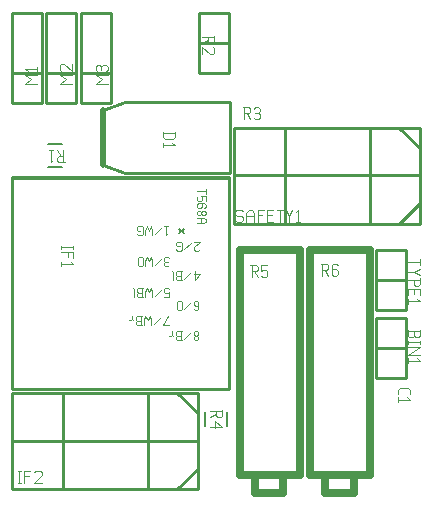
<source format=gbr>
G04 start of page 8 for group -4079 idx -4079 *
G04 Title: (unknown), topsilk *
G04 Creator: pcb 20140316 *
G04 CreationDate: Tue 15 Mar 2016 09:44:59 PM GMT UTC *
G04 For: commonadmin *
G04 Format: Gerber/RS-274X *
G04 PCB-Dimensions (mil): 1410.00 1650.00 *
G04 PCB-Coordinate-Origin: lower left *
%MOIN*%
%FSLAX25Y25*%
%LNTOPSILK*%
%ADD84C,0.0040*%
%ADD83C,0.0250*%
%ADD82C,0.0200*%
%ADD81C,0.0080*%
%ADD80C,0.0030*%
%ADD79C,0.0060*%
%ADD78C,0.0100*%
G54D78*X73906Y53119D02*Y38198D01*
X44930D02*X73906D01*
Y95914D02*Y50914D01*
X1465Y108670D02*Y38198D01*
Y108670D02*X44969D01*
X1465Y38198D02*X44969D01*
X73906Y108670D02*Y94891D01*
G54D79*X58749Y91702D02*X57174Y90127D01*
Y91702D02*X58749Y90127D01*
G54D78*X44930Y108670D02*X73906D01*
G54D80*X64064Y76374D02*X62564Y74499D01*
X62189Y76374D02*X64064D01*
X62564Y77499D02*Y74499D01*
X61289Y77124D02*X59039Y74874D01*
X56639Y77499D02*X58139D01*
X56639D02*X56264Y77124D01*
Y76224D01*
X56639Y75849D02*X56264Y76224D01*
X56639Y75849D02*X57764D01*
Y77499D02*Y74499D01*
X56639D02*X58139D01*
X56639D02*X56264Y74874D01*
Y75474D02*Y74874D01*
X56639Y75849D02*X56264Y75474D01*
X55364Y77124D02*Y74499D01*
Y77124D02*X54989Y77499D01*
X53828Y79598D02*X53453Y79223D01*
X52703D02*X53453D01*
X52703D02*X52328Y79598D01*
X52703Y82223D02*X52328Y81848D01*
X52703Y82223D02*X53453D01*
X53828Y81848D02*X53453Y82223D01*
X52703Y80573D02*X53453D01*
X52328Y80198D02*Y79598D01*
Y81848D02*Y80948D01*
X52703Y80573D01*
X52328Y80198D02*X52703Y80573D01*
X51428Y81848D02*X49178Y79598D01*
X48278Y80723D02*Y79223D01*
Y80723D02*X47903Y82223D01*
X47153Y80723D01*
X46403Y82223D01*
X46028Y80723D01*
Y79223D01*
X45128Y81848D02*Y79598D01*
X44753Y79223D01*
X44003D02*X44753D01*
X44003D02*X43628Y79598D01*
Y81848D02*Y79598D01*
X44003Y82223D02*X43628Y81848D01*
X44003Y82223D02*X44753D01*
X45128Y81848D02*X44753Y82223D01*
X64064Y84716D02*X63689Y84341D01*
X62564D02*X63689D01*
X62564D02*X62189Y84716D01*
Y85466D02*Y84716D01*
X64064Y87341D02*X62189Y85466D01*
Y87341D02*X64064D01*
X61289Y86966D02*X59039Y84716D01*
X56639Y84341D02*X56264Y84716D01*
X56639Y84341D02*X57764D01*
X58139Y84716D02*X57764Y84341D01*
X58139Y86966D02*Y84716D01*
Y86966D02*X57764Y87341D01*
X56639D02*X57764D01*
X56639D02*X56264Y86966D01*
Y86216D01*
X56639Y85841D02*X56264Y86216D01*
X56639Y85841D02*X57389D01*
X53434Y90059D02*X52834Y89459D01*
Y92459D02*Y89459D01*
X52309Y92459D02*X53434D01*
X51409Y92084D02*X49159Y89834D01*
X48259Y90959D02*Y89459D01*
Y90959D02*X47884Y92459D01*
X47134Y90959D01*
X46384Y92459D01*
X46009Y90959D01*
Y89459D01*
X43609D02*X43234Y89834D01*
X43609Y89459D02*X44734D01*
X45109Y89834D02*X44734Y89459D01*
X45109Y92084D02*Y89834D01*
Y92084D02*X44734Y92459D01*
X43609D02*X44734D01*
X43609D02*X43234Y92084D01*
Y91334D01*
X43609Y90959D02*X43234Y91334D01*
X43609Y90959D02*X44359D01*
X53453Y62538D02*X51953Y59538D01*
X53828D01*
X51053Y62163D02*X48803Y59913D01*
X47903Y61038D02*Y59538D01*
Y61038D02*X47528Y62538D01*
X46778Y61038D01*
X46028Y62538D01*
X45653Y61038D01*
Y59538D01*
X43253Y62538D02*X44753D01*
X43253D02*X42878Y62163D01*
Y61263D01*
X43253Y60888D02*X42878Y61263D01*
X43253Y60888D02*X44378D01*
Y62538D02*Y59538D01*
X43253D02*X44753D01*
X43253D02*X42878Y59913D01*
Y60513D02*Y59913D01*
X43253Y60888D02*X42878Y60513D01*
X41603Y62538D02*Y61413D01*
X41228Y61038D01*
X40478D02*X41228D01*
X41978D02*X41603Y61413D01*
X63670Y57045D02*X63295Y57420D01*
X63670Y57045D02*Y56445D01*
X63145Y55920D01*
X62695D02*X63145D01*
X62695D02*X62170Y56445D01*
Y57045D02*Y56445D01*
X62545Y57420D02*X62170Y57045D01*
X62545Y57420D02*X63295D01*
X63670Y55395D02*X63145Y55920D01*
X63670Y55395D02*Y54795D01*
X63295Y54420D01*
X62545D02*X63295D01*
X62545D02*X62170Y54795D01*
Y55395D02*Y54795D01*
X62695Y55920D02*X62170Y55395D01*
X61270Y57045D02*X59020Y54795D01*
X56620Y57420D02*X58120D01*
X56620D02*X56245Y57045D01*
Y56145D01*
X56620Y55770D02*X56245Y56145D01*
X56620Y55770D02*X57745D01*
Y57420D02*Y54420D01*
X56620D02*X58120D01*
X56620D02*X56245Y54795D01*
Y55395D02*Y54795D01*
X56620Y55770D02*X56245Y55395D01*
X54970Y57420D02*Y56295D01*
X54595Y55920D01*
X53845D02*X54595D01*
X55345D02*X54970Y56295D01*
X52328Y68987D02*X53828D01*
Y70487D02*Y68987D01*
Y70487D02*X53453Y70112D01*
X52703D02*X53453D01*
X52703D02*X52328Y70487D01*
Y71612D02*Y70487D01*
X52703Y71987D02*X52328Y71612D01*
X52703Y71987D02*X53453D01*
X53828Y71612D02*X53453Y71987D01*
X51428Y71612D02*X49178Y69362D01*
X48278Y70487D02*Y68987D01*
Y70487D02*X47903Y71987D01*
X47153Y70487D01*
X46403Y71987D01*
X46028Y70487D01*
Y68987D01*
X43628Y71987D02*X45128D01*
X43628D02*X43253Y71612D01*
Y70712D01*
X43628Y70337D02*X43253Y70712D01*
X43628Y70337D02*X44753D01*
Y71987D02*Y68987D01*
X43628D02*X45128D01*
X43628D02*X43253Y69362D01*
Y69962D02*Y69362D01*
X43628Y70337D02*X43253Y69962D01*
X42353Y71612D02*Y68987D01*
Y71612D02*X41978Y71987D01*
X62545Y64656D02*X62170Y65031D01*
X62545Y64656D02*X63295D01*
X63670Y65031D02*X63295Y64656D01*
X63670Y67281D02*Y65031D01*
Y67281D02*X63295Y67656D01*
X62545Y66006D02*X62170Y66381D01*
X62545Y66006D02*X63670D01*
X62545Y67656D02*X63295D01*
X62545D02*X62170Y67281D01*
Y66381D01*
X61270Y67281D02*X59020Y65031D01*
X58120Y67281D02*Y65031D01*
X57745Y64656D01*
X56995D02*X57745D01*
X56995D02*X56620Y65031D01*
Y67281D02*Y65031D01*
X56995Y67656D02*X56620Y67281D01*
X56995Y67656D02*X57745D01*
X58120Y67281D02*X57745Y67656D01*
X66070Y104851D02*Y103351D01*
X63070Y104101D02*X66070D01*
Y102451D02*Y100951D01*
X64570Y102451D02*X66070D01*
X64570D02*X64945Y102076D01*
Y101326D01*
X64570Y100951D01*
X63445D02*X64570D01*
X63070Y101326D02*X63445Y100951D01*
X63070Y102076D02*Y101326D01*
X63445Y102451D02*X63070Y102076D01*
X66070Y98926D02*X65695Y98551D01*
X66070Y99676D02*Y98926D01*
X65695Y100051D02*X66070Y99676D01*
X63445Y100051D02*X65695D01*
X63445D02*X63070Y99676D01*
X64720Y98926D02*X64345Y98551D01*
X64720Y100051D02*Y98926D01*
X63070Y99676D02*Y98926D01*
X63445Y98551D01*
X64345D01*
X63445Y97651D02*X63070Y97276D01*
X63445Y97651D02*X64045D01*
X64570Y97126D01*
Y96676D01*
X64045Y96151D01*
X63445D02*X64045D01*
X63070Y96526D02*X63445Y96151D01*
X63070Y97276D02*Y96526D01*
X65095Y97651D02*X64570Y97126D01*
X65095Y97651D02*X65695D01*
X66070Y97276D01*
Y96526D01*
X65695Y96151D01*
X65095D02*X65695D01*
X64570Y96676D02*X65095Y96151D01*
X63070Y95251D02*X65320D01*
X66070Y94726D01*
Y93901D01*
X65320Y93376D01*
X63070D02*X65320D01*
X64570Y95251D02*Y93376D01*
G54D78*X123000Y84500D02*Y64500D01*
X133000D01*
Y84500D01*
X123000D01*
Y74500D02*X133000D01*
Y84500D01*
X123000Y62000D02*Y42000D01*
X133000D01*
Y62000D01*
X123000D01*
Y52000D02*X133000D01*
Y62000D01*
X75571Y125248D02*Y93358D01*
X137382D01*
Y125248D01*
X75571D01*
X130689D02*X137382Y118555D01*
X130689Y93358D02*X137382Y100051D01*
X92500Y125248D02*Y93358D01*
X120846Y125248D02*Y93358D01*
X75571Y109500D02*X137382D01*
X34500Y163500D02*Y133500D01*
X24500Y163500D02*X34500D01*
X24500D02*Y133500D01*
X34500D01*
X24500Y143500D02*X34500D01*
X24500D02*Y133500D01*
X64000Y163500D02*Y143500D01*
X74000D01*
Y163500D01*
X64000D01*
Y153500D02*X74000D01*
Y163500D01*
X23000D02*Y133500D01*
X13000Y163500D02*X23000D01*
X13000D02*Y133500D01*
X23000D01*
X13000Y143500D02*X23000D01*
X13000D02*Y133500D01*
X11500Y163500D02*Y133500D01*
X1500Y163500D02*X11500D01*
X1500D02*Y133500D01*
X11500D01*
X1500Y143500D02*X11500D01*
X1500D02*Y133500D01*
G54D81*X13543Y112260D02*X18267D01*
X13543Y119740D02*X18267D01*
G54D82*X31900Y131200D02*Y112800D01*
G54D78*X39100Y110200D01*
X74300D01*
Y133800D01*
X39100D01*
X31900Y131200D01*
X73945Y96000D02*Y51000D01*
Y108756D02*Y94976D01*
X44969Y38283D02*X73945D01*
Y53205D02*Y38283D01*
X1504D02*X45008D01*
X44969Y108756D02*X73945D01*
X1504D02*X45008D01*
X1504D02*Y38283D01*
X1571Y36748D02*Y4858D01*
X63382D01*
Y36748D01*
X1571D01*
X56689D02*X63382Y30055D01*
X56689Y4858D02*X63382Y11551D01*
X18500Y36748D02*Y4858D01*
X46846Y36748D02*Y4858D01*
X1571Y21000D02*X63382D01*
G54D81*X73240Y30457D02*Y25733D01*
X65760Y30457D02*Y25733D01*
G54D83*X92000Y3500D02*Y9500D01*
X82500Y3500D02*X92000D01*
X82500Y9500D02*Y3500D01*
X77500Y9500D02*Y84500D01*
X97500Y9500D02*X77500D01*
X97500Y84500D02*Y9500D01*
X77500Y84500D02*X97500D01*
X115500Y3500D02*Y9500D01*
X106000Y3500D02*X115500D01*
X106000Y9500D02*Y3500D01*
X101000Y9500D02*Y84500D01*
X121000Y9500D02*X101000D01*
X121000Y84500D02*Y9500D01*
X101000Y84500D02*X121000D01*
G54D84*X51800Y123500D02*X55800D01*
Y122200D02*X55100Y121500D01*
X52500D02*X55100D01*
X51800Y122200D02*X52500Y121500D01*
X51800Y124000D02*Y122200D01*
X55800Y124000D02*Y122200D01*
X55000Y120300D02*X55800Y119500D01*
X51800D02*X55800D01*
X51800Y120300D02*Y118800D01*
X78000Y98000D02*X78500Y97500D01*
X76500Y98000D02*X78000D01*
X76000Y97500D02*X76500Y98000D01*
X76000Y97500D02*Y96500D01*
X76500Y96000D01*
X78000D01*
X78500Y95500D01*
Y94500D01*
X78000Y94000D02*X78500Y94500D01*
X76500Y94000D02*X78000D01*
X76000Y94500D02*X76500Y94000D01*
X79700Y97000D02*Y94000D01*
Y97000D02*X80400Y98000D01*
X81500D01*
X82200Y97000D01*
Y94000D01*
X79700Y96000D02*X82200D01*
X83400Y98000D02*Y94000D01*
Y98000D02*X85400D01*
X83400Y96200D02*X84900D01*
X86600D02*X88100D01*
X86600Y94000D02*X88600D01*
X86600Y98000D02*Y94000D01*
Y98000D02*X88600D01*
X89800D02*X91800D01*
X90800D02*Y94000D01*
X93000Y98000D02*X94000Y96000D01*
X95000Y98000D01*
X94000Y96000D02*Y94000D01*
X96200Y97200D02*X97000Y98000D01*
Y94000D01*
X96200D02*X97700D01*
X81000Y79500D02*X83000D01*
X83500Y79000D01*
Y78000D01*
X83000Y77500D02*X83500Y78000D01*
X81500Y77500D02*X83000D01*
X81500Y79500D02*Y75500D01*
X82300Y77500D02*X83500Y75500D01*
X84700Y79500D02*X86700D01*
X84700D02*Y77500D01*
X85200Y78000D01*
X86200D01*
X86700Y77500D01*
Y76000D01*
X86200Y75500D02*X86700Y76000D01*
X85200Y75500D02*X86200D01*
X84700Y76000D02*X85200Y75500D01*
X104500Y80000D02*X106500D01*
X107000Y79500D01*
Y78500D01*
X106500Y78000D02*X107000Y78500D01*
X105000Y78000D02*X106500D01*
X105000Y80000D02*Y76000D01*
X105800Y78000D02*X107000Y76000D01*
X109700Y80000D02*X110200Y79500D01*
X108700Y80000D02*X109700D01*
X108200Y79500D02*X108700Y80000D01*
X108200Y79500D02*Y76500D01*
X108700Y76000D01*
X109700Y78200D02*X110200Y77700D01*
X108200Y78200D02*X109700D01*
X108700Y76000D02*X109700D01*
X110200Y76500D01*
Y77700D02*Y76500D01*
X29500Y140000D02*X33500D01*
X29500D02*X31500Y141500D01*
X29500Y143000D01*
X33500D01*
X30000Y144200D02*X29500Y144700D01*
Y145700D02*Y144700D01*
Y145700D02*X30000Y146200D01*
X33500Y145700D02*X33000Y146200D01*
X33500Y145700D02*Y144700D01*
X33000Y144200D02*X33500Y144700D01*
X31300Y145700D02*Y144700D01*
X30000Y146200D02*X30800D01*
X31800D02*X33000D01*
X31800D02*X31300Y145700D01*
X30800Y146200D02*X31300Y145700D01*
X69000Y156000D02*Y154000D01*
X68500Y153500D01*
X67500D02*X68500D01*
X67000Y154000D02*X67500Y153500D01*
X67000Y155500D02*Y154000D01*
X65000Y155500D02*X69000D01*
X67000Y154700D02*X65000Y153500D01*
X68500Y152300D02*X69000Y151800D01*
Y150300D01*
X68500Y149800D01*
X67500D02*X68500D01*
X65000Y152300D02*X67500Y149800D01*
X65000Y152300D02*Y149800D01*
X78424Y132150D02*X80424D01*
X80924Y131650D01*
Y130650D01*
X80424Y130150D02*X80924Y130650D01*
X78924Y130150D02*X80424D01*
X78924Y132150D02*Y128150D01*
X79724Y130150D02*X80924Y128150D01*
X82124Y131650D02*X82624Y132150D01*
X83624D01*
X84124Y131650D01*
X83624Y128150D02*X84124Y128650D01*
X82624Y128150D02*X83624D01*
X82124Y128650D02*X82624Y128150D01*
Y130350D02*X83624D01*
X84124Y131650D02*Y130850D01*
Y129850D02*Y128650D01*
Y129850D02*X83624Y130350D01*
X84124Y130850D02*X83624Y130350D01*
X137500Y81500D02*Y79500D01*
X133500Y80500D02*X137500D01*
Y78300D02*X135500Y77300D01*
X137500Y76300D01*
X133500Y77300D02*X135500D01*
X133500Y74600D02*X137500D01*
Y75100D02*Y73100D01*
X137000Y72600D01*
X136000D02*X137000D01*
X135500Y73100D02*X136000Y72600D01*
X135500Y74600D02*Y73100D01*
X135700Y71400D02*Y69900D01*
X133500Y71400D02*Y69400D01*
Y71400D02*X137500D01*
Y69400D01*
X136700Y68200D02*X137500Y67400D01*
X133500D02*X137500D01*
X133500Y68200D02*Y66700D01*
Y58000D02*Y56000D01*
X134000Y55500D01*
X135200D01*
X135700Y56000D02*X135200Y55500D01*
X135700Y57500D02*Y56000D01*
X133500Y57500D02*X137500D01*
Y58000D02*Y56000D01*
X137000Y55500D01*
X136200D02*X137000D01*
X135700Y56000D02*X136200Y55500D01*
X137500Y54300D02*Y53300D01*
X133500Y53800D02*X137500D01*
X133500Y54300D02*Y53300D01*
Y52100D02*X137500D01*
X133500Y49600D01*
X137500D01*
X136700Y48400D02*X137500Y47600D01*
X133500D02*X137500D01*
X133500Y48400D02*Y46900D01*
X130150Y37891D02*Y36591D01*
X130850Y38591D02*X130150Y37891D01*
X130850Y38591D02*X133450D01*
X134150Y37891D01*
Y36591D01*
X133350Y35391D02*X134150Y34591D01*
X130150D02*X134150D01*
X130150Y35391D02*Y33891D01*
X3500Y11000D02*X4500D01*
X4000D02*Y7000D01*
X3500D02*X4500D01*
X5700Y11000D02*Y7000D01*
Y11000D02*X7700D01*
X5700Y9200D02*X7200D01*
X8900Y10500D02*X9400Y11000D01*
X10900D01*
X11400Y10500D01*
Y9500D01*
X8900Y7000D02*X11400Y9500D01*
X8900Y7000D02*X11400D01*
X17055Y113850D02*X19055D01*
X17055D02*X16555Y114350D01*
Y115350D02*Y114350D01*
X17055Y115850D02*X16555Y115350D01*
X17055Y115850D02*X18555D01*
Y117850D02*Y113850D01*
X17755Y115850D02*X16555Y117850D01*
X15355Y114650D02*X14555Y113850D01*
Y117850D02*Y113850D01*
X13855Y117850D02*X15355D01*
X71650Y31245D02*Y29245D01*
X71150Y28745D01*
X70150D02*X71150D01*
X69650Y29245D02*X70150Y28745D01*
X69650Y30745D02*Y29245D01*
X67650Y30745D02*X71650D01*
X69650Y29945D02*X67650Y28745D01*
X69150Y27545D02*X71650Y25545D01*
X69150Y27545D02*Y25045D01*
X67650Y25545D02*X71650D01*
X22000Y86000D02*Y85000D01*
X18000Y85500D02*X22000D01*
X18000Y86000D02*Y85000D01*
Y83800D02*X22000D01*
Y81800D01*
X20200Y83800D02*Y82300D01*
X21200Y80600D02*X22000Y79800D01*
X18000D02*X22000D01*
X18000Y80600D02*Y79100D01*
X17500Y140000D02*X21500D01*
X17500D02*X19500Y141500D01*
X17500Y143000D01*
X21500D01*
X18000Y144200D02*X17500Y144700D01*
Y146200D02*Y144700D01*
Y146200D02*X18000Y146700D01*
X19000D01*
X21500Y144200D02*X19000Y146700D01*
X21500D02*Y144200D01*
X6000Y140000D02*X10000D01*
X6000D02*X8000Y141500D01*
X6000Y143000D01*
X10000D01*
X6800Y144200D02*X6000Y145000D01*
X10000D01*
Y145700D02*Y144200D01*
M02*

</source>
